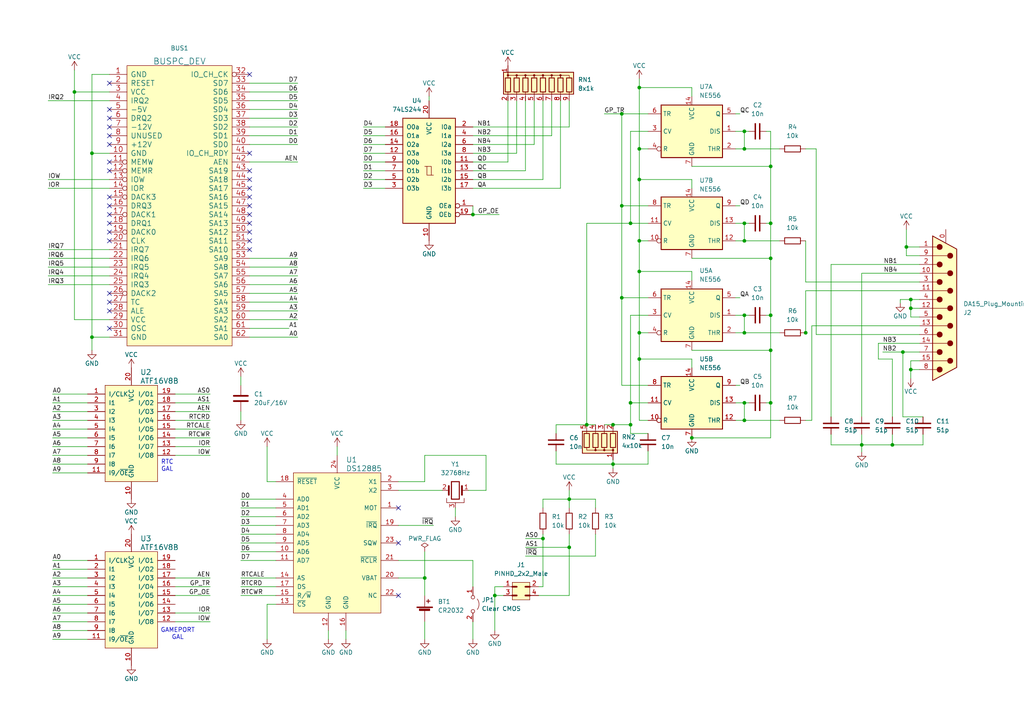
<source format=kicad_sch>
(kicad_sch (version 20231120) (generator "eeschema") (generator_version "8.0")
  (paper "A4")
  (title_block (title "RTC + Joystick ISA 8bit card") (date "2024-12-10") (rev "1.0.0") (company "Vladimir Loula"))
  (lib_symbols
    (symbol "74xx:74LS244" (pin_names (offset 1.016))
      (property "Reference" "U" (at -7.62 16.51 0))
      (property "Value" "74LS244" (at -7.62 -16.51 0))
      (symbol "74LS244_1_0"
        (pin input inverted (at -12.7 -10.16 0) (length 5.08) (name "OEa") (number "1"))
        (pin power_in line (at 0 -20.32 90) (length 5.08) (name "GND") (number "10"))
        (pin input line (at -12.7 2.54 0) (length 5.08) (name "I0b") (number "11"))
        (pin tri_state line (at 12.7 5.08 180) (length 5.08) (name "O3a") (number "12"))
        (pin input line (at -12.7 0 0) (length 5.08) (name "I1b") (number "13"))
        (pin tri_state line (at 12.7 7.62 180) (length 5.08) (name "O2a") (number "14"))
        (pin input line (at -12.7 -2.54 0) (length 5.08) (name "I2b") (number "15"))
        (pin tri_state line (at 12.7 10.16 180) (length 5.08) (name "O1a") (number "16"))
        (pin input line (at -12.7 -5.08 0) (length 5.08) (name "I3b") (number "17"))
        (pin tri_state line (at 12.7 12.7 180) (length 5.08) (name "O0a") (number "18"))
        (pin input inverted (at -12.7 -12.7 0) (length 5.08) (name "OEb") (number "19"))
        (pin input line (at -12.7 12.7 0) (length 5.08) (name "I0a") (number "2"))
        (pin power_in line (at 0 20.32 270) (length 5.08) (name "VCC") (number "20"))
        (pin tri_state line (at 12.7 -5.08 180) (length 5.08) (name "O3b") (number "3"))
        (pin input line (at -12.7 10.16 0) (length 5.08) (name "I1a") (number "4"))
        (pin tri_state line (at 12.7 -2.54 180) (length 5.08) (name "O2b") (number "5"))
        (pin input line (at -12.7 7.62 0) (length 5.08) (name "I2a") (number "6"))
        (pin tri_state line (at 12.7 0 180) (length 5.08) (name "O1b") (number "7"))
        (pin input line (at -12.7 5.08 0) (length 5.08) (name "I3a") (number "8"))
        (pin tri_state line (at 12.7 2.54 180) (length 5.08) (name "O0b") (number "9"))
      )
    )
    (symbol "Connector:DA15_Plug_MountingHoles" (pin_names (offset 1.016) hide)
      (property "Reference" "J" (at 0 24.13 0))
      (property "Value" "DA15_Plug_MountingHoles" (at 0 22.225 0))
      (symbol "DA15_Plug_MountingHoles_1_1"
        (pin passive line (at 0 -22.86 90) (length 3.81) (name "PAD") (number "0"))
        (pin passive line (at -7.62 -17.78 0) (length 3.81) (name "1") (number "1"))
        (pin passive line (at -7.62 -10.16 0) (length 3.81) (name "P10") (number "10"))
        (pin passive line (at -7.62 -5.08 0) (length 3.81) (name "P111") (number "11"))
        (pin passive line (at -7.62 0 0) (length 3.81) (name "P12") (number "12"))
        (pin passive line (at -7.62 5.08 0) (length 3.81) (name "P13") (number "13"))
        (pin passive line (at -7.62 10.16 0) (length 3.81) (name "P14") (number "14"))
        (pin passive line (at -7.62 15.24 0) (length 3.81) (name "P15") (number "15"))
        (pin passive line (at -7.62 -12.7 0) (length 3.81) (name "2") (number "2"))
        (pin passive line (at -7.62 -7.62 0) (length 3.81) (name "3") (number "3"))
        (pin passive line (at -7.62 -2.54 0) (length 3.81) (name "4") (number "4"))
        (pin passive line (at -7.62 2.54 0) (length 3.81) (name "5") (number "5"))
        (pin passive line (at -7.62 7.62 0) (length 3.81) (name "6") (number "6"))
        (pin passive line (at -7.62 12.7 0) (length 3.81) (name "7") (number "7"))
        (pin passive line (at -7.62 17.78 0) (length 3.81) (name "8") (number "8"))
        (pin passive line (at -7.62 -15.24 0) (length 3.81) (name "P9") (number "9"))
      )
    )
    (symbol "Device:Battery_Cell" (pin_numbers hide) (pin_names (offset 0) hide)
      (property "Reference" "BT" (at 2.54 2.54 0))
      (property "Value" "Battery_Cell" (at 2.54 0 0))
      (symbol "Battery_Cell_1_1"
        (pin passive line (at 0 5.08 270) (length 2.54) (name "+") (number "1"))
        (pin passive line (at 0 -2.54 90) (length 2.54) (name "-") (number "2"))
      )
    )
    (symbol "Device:C" (pin_numbers hide) (pin_names (offset 0.254))
      (property "Reference" "C" (at 0.635 2.54 0))
      (property "Value" "C" (at 0.635 -2.54 0))
      (symbol "C_1_1"
        (pin passive line (at 0 3.81 270) (length 2.794) (name "~") (number "1"))
        (pin passive line (at 0 -3.81 90) (length 2.794) (name "~") (number "2"))
      )
    )
    (symbol "Device:Crystal_GND3" (pin_names (offset 1.016) hide)
      (property "Reference" "Y" (at 0 5.715 0))
      (property "Value" "Crystal_GND3" (at 0 3.81 0))
      (symbol "Crystal_GND3_1_1"
        (pin passive line (at -3.81 0 0) (length 1.27) (name "1") (number "1"))
        (pin passive line (at 3.81 0 180) (length 1.27) (name "2") (number "2"))
        (pin passive line (at 0 -5.08 90) (length 1.27) (name "3") (number "3"))
      )
    )
    (symbol "Device:R_Network04" (pin_names (offset 0) hide)
      (property "Reference" "RN" (at -7.62 0 90))
      (property "Value" "R_Network04" (at 5.08 0 90))
      (symbol "R_Network04_1_1"
        (pin passive line (at -5.08 5.08 270) (length 2.54) (name "common") (number "1"))
        (pin passive line (at -5.08 -5.08 90) (length 1.27) (name "R1") (number "2"))
        (pin passive line (at -2.54 -5.08 90) (length 1.27) (name "R2") (number "3"))
        (pin passive line (at 0 -5.08 90) (length 1.27) (name "R3") (number "4"))
        (pin passive line (at 2.54 -5.08 90) (length 1.27) (name "R4") (number "5"))
      )
    )
    (symbol "Device:R_Network08" (pin_names (offset 0) hide)
      (property "Reference" "RN" (at -12.7 0 90))
      (property "Value" "R_Network08" (at 10.16 0 90))
      (symbol "R_Network08_1_1"
        (pin passive line (at -10.16 5.08 270) (length 2.54) (name "common") (number "1"))
        (pin passive line (at -10.16 -5.08 90) (length 1.27) (name "R1") (number "2"))
        (pin passive line (at -7.62 -5.08 90) (length 1.27) (name "R2") (number "3"))
        (pin passive line (at -5.08 -5.08 90) (length 1.27) (name "R3") (number "4"))
        (pin passive line (at -2.54 -5.08 90) (length 1.27) (name "R4") (number "5"))
        (pin passive line (at 0 -5.08 90) (length 1.27) (name "R5") (number "6"))
        (pin passive line (at 2.54 -5.08 90) (length 1.27) (name "R6") (number "7"))
        (pin passive line (at 5.08 -5.08 90) (length 1.27) (name "R7") (number "8"))
        (pin passive line (at 7.62 -5.08 90) (length 1.27) (name "R8") (number "9"))
      )
    )
    (symbol "Jumper:Jumper_2_Open" (pin_names (offset 0) hide)
      (property "Reference" "JP" (at 0 2.794 0))
      (property "Value" "Jumper_2_Open" (at 0 -2.286 0))
      (symbol "Jumper_2_Open_1_1"
        (pin passive line (at -5.08 0 0) (length 2.54) (name "A") (number "1"))
        (pin passive line (at 5.08 0 180) (length 2.54) (name "B") (number "2"))
      )
    )
    (symbol "PCM_SL_Devices:Capacitor_NP"
      (property "Reference" "C" (at 0 6.35 0))
      (property "Value" "Capacitor_NP" (at 0 3.81 0))
      (symbol "Capacitor_NP_1_1"
        (pin passive line (at -2.54 0 0) (length 2) (name "~") (number "1"))
        (pin input line (at 2.54 0 180) (length 2) (name "~") (number "2"))
      )
    )
    (symbol "PCM_SL_Pin_Headers:PINHD_2x2_Male"
      (property "Reference" "J" (at -1.27 6.35 0))
      (property "Value" "PINHD_2x2_Male" (at -1.27 3.81 0))
      (symbol "PINHD_2x2_Male_1_1"
        (pin passive line (at -5.08 1.27 0) (length 2.54) (name "") (number "1"))
        (pin passive line (at 5.08 1.27 180) (length 2.54) (name "") (number "2"))
        (pin passive line (at -5.08 -1.27 0) (length 2.54) (name "") (number "3"))
        (pin passive line (at 5.08 -1.27 180) (length 2.54) (name "") (number "4"))
      )
    )
    (symbol "PCM_SL_Resistors:10k"
      (property "Reference" "R" (at 0 5.08 0))
      (property "Value" "10k" (at 0 2.54 0))
      (symbol "10k_1_1"
        (pin passive line (at -3.81 0 0) (length 1.5) (name "") (number "1"))
        (pin passive line (at 3.81 0 180) (length 1.5) (name "~") (number "2"))
      )
    )
    (symbol "Timer:NE556"
      (property "Reference" "U" (at -10.16 8.89 0))
      (property "Value" "NE556" (at -10.16 -8.89 0))
      (symbol "NE556_0_0"
        (pin power_in line (at 0 10.16 270) (length 2.54) (name "VCC") (number "14"))
        (pin power_in line (at 0 -10.16 90) (length 2.54) (name "GND") (number "7"))
      )
      (symbol "NE556_1_1"
        (pin input line (at 12.7 0 180) (length 3.81) (name "DIS") (number "1"))
        (pin input line (at 12.7 -5.08 180) (length 3.81) (name "THR") (number "2"))
        (pin input line (at -12.7 0 0) (length 3.81) (name "CV") (number "3"))
        (pin input inverted (at -12.7 -5.08 0) (length 3.81) (name "R") (number "4"))
        (pin output line (at 12.7 5.08 180) (length 3.81) (name "Q") (number "5"))
        (pin input line (at -12.7 5.08 0) (length 3.81) (name "TR") (number "6"))
      )
      (symbol "NE556_2_1"
        (pin input inverted (at -12.7 -5.08 0) (length 3.81) (name "R") (number "10"))
        (pin input line (at -12.7 0 0) (length 3.81) (name "CV") (number "11"))
        (pin input line (at 12.7 -5.08 180) (length 3.81) (name "THR") (number "12"))
        (pin input line (at 12.7 0 180) (length 3.81) (name "DIS") (number "13"))
        (pin input line (at -12.7 5.08 0) (length 3.81) (name "TR") (number "8"))
        (pin output line (at 12.7 5.08 180) (length 3.81) (name "Q") (number "9"))
      )
    )
    (symbol "my_components:ATF16V8B" (pin_names (offset 1.016))
      (property "Reference" "U" (at -7.62 17.78 0))
      (property "Value" "ATF16V8B" (at -7.62 15.24 0))
      (symbol "ATF16V8B_1_1"
        (pin input line (at -12.7 11.43 0) (length 5.08) (name "I/CLK") (number "1"))
        (pin power_in line (at 0 -19.05 90) (length 5.08) (name "GND") (number "10"))
        (pin input line (at -12.7 -11.43 0) (length 5.08) (name "I9/~{OE}") (number "11"))
        (pin bidirectional line (at 12.7 -6.35 180) (length 5.08) (name "I/O8") (number "12"))
        (pin bidirectional line (at 12.7 -3.81 180) (length 5.08) (name "I/O7") (number "13"))
        (pin bidirectional line (at 12.7 -1.27 180) (length 5.08) (name "I/O6") (number "14"))
        (pin bidirectional line (at 12.7 1.27 180) (length 5.08) (name "I/O5") (number "15"))
        (pin bidirectional line (at 12.7 3.81 180) (length 5.08) (name "I/O4") (number "16"))
        (pin bidirectional line (at 12.7 6.35 180) (length 5.08) (name "I/O3") (number "17"))
        (pin bidirectional line (at 12.7 8.89 180) (length 5.08) (name "I/O2") (number "18"))
        (pin bidirectional line (at 12.7 11.43 180) (length 5.08) (name "I/O1") (number "19"))
        (pin input line (at -12.7 8.89 0) (length 5.08) (name "I1") (number "2"))
        (pin power_in line (at 0 19.05 270) (length 5.08) (name "VCC") (number "20"))
        (pin input line (at -12.7 6.35 0) (length 5.08) (name "I2") (number "3"))
        (pin input line (at -12.7 3.81 0) (length 5.08) (name "I3") (number "4"))
        (pin input line (at -12.7 1.27 0) (length 5.08) (name "I4") (number "5"))
        (pin input line (at -12.7 -1.27 0) (length 5.08) (name "I5") (number "6"))
        (pin input line (at -12.7 -3.81 0) (length 5.08) (name "I6") (number "7"))
        (pin input line (at -12.7 -6.35 0) (length 5.08) (name "I7") (number "8"))
        (pin input line (at -12.7 -8.89 0) (length 5.08) (name "I8") (number "9"))
      )
    )
    (symbol "my_components:BUSPC_DEV" (pin_names (offset 1.016))
      (property "Reference" "BUS" (at -15.24 41.91 0))
      (property "Value" "BUSPC_DEV" (at -15.24 -41.91 0))
      (symbol "BUSPC_DEV_1_1"
        (pin power_out line (at -20.32 38.1 0) (length 5.08) (name "GND") (number "1"))
        (pin power_in line (at -20.32 15.24 0) (length 5.08) (name "GND") (number "10"))
        (pin output inverted (at -20.32 12.7 0) (length 5.08) (name "MEMW") (number "11"))
        (pin output inverted (at -20.32 10.16 0) (length 5.08) (name "MEMR") (number "12"))
        (pin output inverted (at -20.32 7.62 0) (length 5.08) (name "IOW") (number "13"))
        (pin output inverted (at -20.32 5.08 0) (length 5.08) (name "IOR") (number "14"))
        (pin output inverted (at -20.32 2.54 0) (length 5.08) (name "DACK3") (number "15"))
        (pin input line (at -20.32 0 0) (length 5.08) (name "DRQ3") (number "16"))
        (pin output inverted (at -20.32 -2.54 0) (length 5.08) (name "DACK1") (number "17"))
        (pin input line (at -20.32 -5.08 0) (length 5.08) (name "DRQ1") (number "18"))
        (pin output inverted (at -20.32 -7.62 0) (length 5.08) (name "DACK0") (number "19"))
        (pin output line (at -20.32 35.56 0) (length 5.08) (name "RESET") (number "2"))
        (pin output line (at -20.32 -10.16 0) (length 5.08) (name "CLK") (number "20"))
        (pin input line (at -20.32 -12.7 0) (length 5.08) (name "IRQ7") (number "21"))
        (pin input line (at -20.32 -15.24 0) (length 5.08) (name "IRQ6") (number "22"))
        (pin input line (at -20.32 -17.78 0) (length 5.08) (name "IRQ5") (number "23"))
        (pin input line (at -20.32 -20.32 0) (length 5.08) (name "IRQ4") (number "24"))
        (pin input line (at -20.32 -22.86 0) (length 5.08) (name "IRQ3") (number "25"))
        (pin output inverted (at -20.32 -25.4 0) (length 5.08) (name "DACK2") (number "26"))
        (pin output line (at -20.32 -27.94 0) (length 5.08) (name "TC") (number "27"))
        (pin output line (at -20.32 -30.48 0) (length 5.08) (name "ALE") (number "28"))
        (pin power_in line (at -20.32 -33.02 0) (length 5.08) (name "VCC") (number "29"))
        (pin power_out line (at -20.32 33.02 0) (length 5.08) (name "VCC") (number "3"))
        (pin output line (at -20.32 -35.56 0) (length 5.08) (name "OSC") (number "30"))
        (pin power_in line (at -20.32 -38.1 0) (length 5.08) (name "GND") (number "31"))
        (pin input inverted (at 20.32 38.1 180) (length 5.08) (name "IO_CH_CK") (number "32"))
        (pin bidirectional line (at 20.32 35.56 180) (length 5.08) (name "SD7") (number "33"))
        (pin bidirectional line (at 20.32 33.02 180) (length 5.08) (name "SD6") (number "34"))
        (pin bidirectional line (at 20.32 30.48 180) (length 5.08) (name "SD5") (number "35"))
        (pin bidirectional line (at 20.32 27.94 180) (length 5.08) (name "SD4") (number "36"))
        (pin bidirectional line (at 20.32 25.4 180) (length 5.08) (name "SD3") (number "37"))
        (pin bidirectional line (at 20.32 22.86 180) (length 5.08) (name "SD2") (number "38"))
        (pin bidirectional line (at 20.32 20.32 180) (length 5.08) (name "SD1") (number "39"))
        (pin input line (at -20.32 30.48 0) (length 5.08) (name "IRQ2") (number "4"))
        (pin bidirectional line (at 20.32 17.78 180) (length 5.08) (name "SD0") (number "40"))
        (pin input line (at 20.32 15.24 180) (length 5.08) (name "IO_CH_RDY") (number "41"))
        (pin output line (at 20.32 12.7 180) (length 5.08) (name "AEN") (number "42"))
        (pin output line (at 20.32 10.16 180) (length 5.08) (name "SA19") (number "43"))
        (pin output line (at 20.32 7.62 180) (length 5.08) (name "SA18") (number "44"))
        (pin output line (at 20.32 5.08 180) (length 5.08) (name "SA17") (number "45"))
        (pin output line (at 20.32 2.54 180) (length 5.08) (name "SA16") (number "46"))
        (pin output line (at 20.32 0 180) (length 5.08) (name "SA15") (number "47"))
        (pin output line (at 20.32 -2.54 180) (length 5.08) (name "SA14") (number "48"))
        (pin output line (at 20.32 -5.08 180) (length 5.08) (name "SA13") (number "49"))
        (pin power_out line (at -20.32 27.94 0) (length 5.08) (name "-5V") (number "5"))
        (pin output line (at 20.32 -7.62 180) (length 5.08) (name "SA12") (number "50"))
        (pin output line (at 20.32 -10.16 180) (length 5.08) (name "SA11") (number "51"))
        (pin output line (at 20.32 -12.7 180) (length 5.08) (name "SA10") (number "52"))
        (pin output line (at 20.32 -15.24 180) (length 5.08) (name "SA9") (number "53"))
        (pin output line (at 20.32 -17.78 180) (length 5.08) (name "SA8") (number "54"))
        (pin output line (at 20.32 -20.32 180) (length 5.08) (name "SA7") (number "55"))
        (pin output line (at 20.32 -22.86 180) (length 5.08) (name "SA6") (number "56"))
        (pin output line (at 20.32 -25.4 180) (length 5.08) (name "SA5") (number "57"))
        (pin output line (at 20.32 -27.94 180) (length 5.08) (name "SA4") (number "58"))
        (pin output line (at 20.32 -30.48 180) (length 5.08) (name "SA3") (number "59"))
        (pin input line (at -20.32 25.4 0) (length 5.08) (name "DRQ2") (number "6"))
        (pin output line (at 20.32 -33.02 180) (length 5.08) (name "SA2") (number "60"))
        (pin output line (at 20.32 -35.56 180) (length 5.08) (name "SA1") (number "61"))
        (pin output line (at 20.32 -38.1 180) (length 5.08) (name "SA0") (number "62"))
        (pin power_out line (at -20.32 22.86 0) (length 5.08) (name "-12V") (number "7"))
        (pin passive line (at -20.32 20.32 0) (length 5.08) (name "UNUSED") (number "8"))
        (pin power_out line (at -20.32 17.78 0) (length 5.08) (name "+12V") (number "9"))
      )
    )
    (symbol "my_components:DS12885" (pin_names (offset 1.016))
      (property "Reference" "U" (at -12.7 22.86 0))
      (property "Value" "DS12885" (at -12.7 20.32 0))
      (symbol "DS12885_1_1"
        (pin input line (at 17.78 8.89 180) (length 5.08) (name "MOT") (number "1"))
        (pin bidirectional line (at -17.78 -3.81 0) (length 5.08) (name "AD6") (number "10"))
        (pin bidirectional line (at -17.78 -6.35 0) (length 5.08) (name "AD7") (number "11"))
        (pin power_in line (at -2.54 -26.67 90) (length 5.08) (name "GND") (number "12"))
        (pin input line (at -17.78 -19.05 0) (length 5.08) (name "~{CS}") (number "13"))
        (pin input line (at -17.78 -11.43 0) (length 5.08) (name "AS") (number "14"))
        (pin input line (at -17.78 -16.51 0) (length 5.08) (name "R/~{W}") (number "15"))
        (pin power_in line (at 2.54 -26.67 90) (length 5.08) (name "GND") (number "16"))
        (pin input line (at -17.78 -13.97 0) (length 5.08) (name "DS") (number "17"))
        (pin input line (at -17.78 16.51 0) (length 5.08) (name "~{RESET}") (number "18"))
        (pin output line (at 17.78 3.81 180) (length 5.08) (name "~{IRQ}") (number "19"))
        (pin input line (at 17.78 16.51 180) (length 5.08) (name "X1") (number "2"))
        (pin power_in line (at 17.78 -11.43 180) (length 5.08) (name "VBAT") (number "20"))
        (pin input line (at 17.78 -6.35 180) (length 5.08) (name "~{RCLR}") (number "21"))
        (pin input line (at 17.78 -16.51 180) (length 5.08) (name "NC") (number "22"))
        (pin input line (at 17.78 -1.27 180) (length 5.08) (name "SQW") (number "23"))
        (pin power_in line (at 0 24.13 270) (length 5.08) (name "VCC") (number "24"))
        (pin input line (at 17.78 13.97 180) (length 5.08) (name "X2") (number "3"))
        (pin bidirectional line (at -17.78 11.43 0) (length 5.08) (name "AD0") (number "4"))
        (pin bidirectional line (at -17.78 8.89 0) (length 5.08) (name "AD1") (number "5"))
        (pin bidirectional line (at -17.78 6.35 0) (length 5.08) (name "AD2") (number "6"))
        (pin bidirectional line (at -17.78 3.81 0) (length 5.08) (name "AD3") (number "7"))
        (pin bidirectional line (at -17.78 1.27 0) (length 5.08) (name "AD4") (number "8"))
        (pin bidirectional line (at -17.78 -1.27 0) (length 5.08) (name "AD5") (number "9"))
      )
    )
    (symbol "power:GND" (power) (pin_names (offset 0))
      (property "Value" "GND" (at 0 -3.81 0))
      (symbol "GND_1_1"
        (pin power_in line (at 0 0 270) (length 0) hide (name "GND") (number "1"))
      )
    )
    (symbol "power:PWR_FLAG" (power) (pin_numbers hide) (pin_names (offset 0) hide)
      (property "Value" "PWR_FLAG" (at 0 3.81 0))
      (symbol "PWR_FLAG_0_0"
        (pin power_out line (at 0 0 90) (length 0) (name "pwr") (number "1"))
      )
    )
    (symbol "power:VCC" (power) (pin_names (offset 0))
      (property "Value" "VCC" (at 0 3.81 0))
      (symbol "VCC_1_1"
        (pin power_in line (at 0 0 90) (length 0) hide (name "VCC") (number "1"))
      )
    )
  )
  (junction (at 26.67 44.45))
  (junction (at 223.52 48.26))
  (junction (at 185.42 78.74))
  (junction (at 177.8 123.19))
  (junction (at 215.9 64.77))
  (junction (at 215.9 96.52))
  (junction (at 264.16 107.188))
  (junction (at 264.16 89.408))
  (junction (at 215.9 116.84))
  (junction (at 215.9 121.92))
  (junction (at 21.59 26.67))
  (junction (at 215.9 69.85))
  (junction (at 249.936 129.032))
  (junction (at 185.42 104.14))
  (junction (at 264.16 86.868))
  (junction (at 200.66 127))
  (junction (at 223.52 74.93))
  (junction (at 223.52 116.84))
  (junction (at 185.42 52.07))
  (junction (at 215.9 43.18))
  (junction (at 182.88 123.19))
  (junction (at 177.8 134.62))
  (junction (at 185.42 69.85))
  (junction (at 258.826 129.032))
  (junction (at 170.18 123.19))
  (junction (at 143.51 172.72))
  (junction (at 182.88 64.77))
  (junction (at 180.34 86.36))
  (junction (at 223.52 91.44))
  (junction (at 182.88 116.84))
  (junction (at 261.874 102.108))
  (junction (at 223.52 101.6))
  (junction (at 185.42 96.52))
  (junction (at 26.67 97.79))
  (junction (at 180.34 59.69))
  (junction (at 185.42 43.18))
  (junction (at 137.16 62.23))
  (junction (at 233.68 96.52))
  (junction (at 165.1 144.78))
  (junction (at 215.9 91.44))
  (junction (at 165.1 158.75))
  (junction (at 180.34 33.02))
  (junction (at 185.42 25.4))
  (junction (at 157.48 156.21))
  (junction (at 223.52 64.77))
  (junction (at 215.9 38.1))
  (junction (at 262.89 71.628))
  (junction (at 123.19 167.64))
  (no_connect (at 31.75 95.25))
  (no_connect (at 31.75 59.69))
  (no_connect (at 72.39 59.69))
  (no_connect (at 31.75 39.37))
  (no_connect (at 31.75 62.23))
  (no_connect (at 72.39 44.45))
  (no_connect (at 72.39 21.59))
  (no_connect (at 31.75 36.83))
  (no_connect (at 72.39 69.85))
  (no_connect (at 115.57 172.72))
  (no_connect (at 72.39 49.53))
  (no_connect (at 31.75 64.77))
  (no_connect (at 72.39 64.77))
  (no_connect (at 31.75 34.29))
  (no_connect (at 72.39 62.23))
  (no_connect (at 72.39 72.39))
  (no_connect (at 115.57 147.32))
  (no_connect (at 31.75 85.09))
  (no_connect (at 31.75 49.53))
  (no_connect (at 72.39 52.07))
  (no_connect (at 115.57 157.48))
  (no_connect (at 31.75 31.75))
  (no_connect (at 31.75 67.31))
  (no_connect (at 31.75 69.85))
  (no_connect (at 31.75 87.63))
  (no_connect (at 31.75 24.13))
  (no_connect (at 31.75 41.91))
  (no_connect (at 31.75 57.15))
  (no_connect (at 72.39 67.31))
  (no_connect (at 31.75 46.99))
  (no_connect (at 72.39 54.61))
  (no_connect (at 72.39 57.15))
  (no_connect (at 31.75 90.17))
  (wire (pts (xy 187.96 134.62) (xy 187.96 130.81)))
  (wire (pts (xy 161.29 123.19) (xy 170.18 123.19)))
  (wire (pts (xy 200.66 48.26) (xy 223.52 48.26)))
  (wire (pts (xy 25.4 121.92) (xy 15.24 121.92)))
  (wire (pts (xy 264.16 89.408) (xy 264.16 86.868)))
  (wire (pts (xy 135.89 142.24) (xy 140.97 142.24)))
  (wire (pts (xy 149.86 29.21) (xy 149.86 44.45)))
  (wire (pts (xy 111.76 36.83) (xy 105.41 36.83)))
  (wire (pts (xy 170.18 123.19) (xy 172.72 123.19)))
  (wire (pts (xy 50.8 127) (xy 60.96 127)))
  (wire (pts (xy 72.39 34.29) (xy 86.36 34.29)))
  (wire (pts (xy 200.66 104.14) (xy 200.66 106.68)))
  (wire (pts (xy 185.42 121.92) (xy 185.42 104.14)))
  (wire (pts (xy 215.9 64.77) (xy 215.9 69.85)))
  (wire (pts (xy 264.16 86.868) (xy 266.7 86.868)))
  (wire (pts (xy 157.48 156.21) (xy 157.48 170.18)))
  (wire (pts (xy 213.36 69.85) (xy 215.9 69.85)))
  (wire (pts (xy 25.4 132.08) (xy 15.24 132.08)))
  (wire (pts (xy 50.8 121.92) (xy 60.96 121.92)))
  (wire (pts (xy 80.01 175.26) (xy 77.47 175.26)))
  (wire (pts (xy 187.96 86.36) (xy 180.34 86.36)))
  (wire (pts (xy 111.76 49.53) (xy 105.41 49.53)))
  (wire (pts (xy 137.16 62.23) (xy 144.78 62.23)))
  (wire (pts (xy 72.39 92.71) (xy 86.36 92.71)))
  (wire (pts (xy 25.4 162.56) (xy 15.24 162.56)))
  (wire (pts (xy 185.42 52.07) (xy 200.66 52.07)))
  (wire (pts (xy 137.16 44.45) (xy 149.86 44.45)))
  (wire (pts (xy 25.4 134.62) (xy 15.24 134.62)))
  (wire (pts (xy 115.57 142.24) (xy 128.27 142.24)))
  (wire (pts (xy 165.1 154.94) (xy 165.1 158.75)))
  (wire (pts (xy 241.046 129.032) (xy 249.936 129.032)))
  (wire (pts (xy 177.8 134.62) (xy 161.29 134.62)))
  (wire (pts (xy 182.88 91.44) (xy 187.96 91.44)))
  (wire (pts (xy 50.8 124.46) (xy 60.96 124.46)))
  (wire (pts (xy 175.26 123.19) (xy 177.8 123.19)))
  (wire (pts (xy 80.01 144.78) (xy 69.85 144.78)))
  (wire (pts (xy 267.716 120.904) (xy 261.874 120.904)))
  (wire (pts (xy 123.19 185.42) (xy 123.19 180.34)))
  (wire (pts (xy 264.16 107.188) (xy 264.16 104.648)))
  (wire (pts (xy 25.4 124.46) (xy 15.24 124.46)))
  (wire (pts (xy 147.32 46.99) (xy 147.32 29.21)))
  (wire (pts (xy 175.26 33.02) (xy 180.34 33.02)))
  (wire (pts (xy 187.96 59.69) (xy 180.34 59.69)))
  (wire (pts (xy 72.39 87.63) (xy 86.36 87.63)))
  (wire (pts (xy 185.42 96.52) (xy 185.42 104.14)))
  (wire (pts (xy 137.16 185.42) (xy 137.16 180.34)))
  (wire (pts (xy 223.52 64.77) (xy 223.52 74.93)))
  (wire (pts (xy 25.4 137.16) (xy 15.24 137.16)))
  (wire (pts (xy 26.67 44.45) (xy 26.67 97.79)))
  (wire (pts (xy 254.762 99.568) (xy 266.7 99.568)))
  (wire (pts (xy 261.874 102.108) (xy 266.7 102.108)))
  (wire (pts (xy 258.826 129.032) (xy 267.716 129.032)))
  (wire (pts (xy 180.34 33.02) (xy 180.34 59.69)))
  (wire (pts (xy 72.39 29.21) (xy 86.36 29.21)))
  (wire (pts (xy 157.48 147.32) (xy 157.48 144.78)))
  (wire (pts (xy 152.4 49.53) (xy 152.4 29.21)))
  (wire (pts (xy 215.9 91.44) (xy 215.9 96.52)))
  (wire (pts (xy 25.4 180.34) (xy 15.24 180.34)))
  (wire (pts (xy 72.39 77.47) (xy 86.36 77.47)))
  (wire (pts (xy 236.728 43.18) (xy 233.68 43.18)))
  (wire (pts (xy 25.4 175.26) (xy 15.24 175.26)))
  (wire (pts (xy 50.8 170.18) (xy 60.96 170.18)))
  (wire (pts (xy 31.75 92.71) (xy 21.59 92.71)))
  (wire (pts (xy 80.01 152.4) (xy 69.85 152.4)))
  (wire (pts (xy 262.89 74.168) (xy 262.89 71.628)))
  (wire (pts (xy 21.59 26.67) (xy 31.75 26.67)))
  (wire (pts (xy 215.9 116.84) (xy 215.9 121.92)))
  (wire (pts (xy 124.46 27.94) (xy 124.46 29.21)))
  (wire (pts (xy 182.88 116.84) (xy 182.88 123.19)))
  (wire (pts (xy 95.25 182.88) (xy 95.25 185.42)))
  (wire (pts (xy 146.05 170.18) (xy 143.51 170.18)))
  (wire (pts (xy 187.96 125.73) (xy 182.88 125.73)))
  (wire (pts (xy 115.57 167.64) (xy 123.19 167.64)))
  (wire (pts (xy 266.7 104.648) (xy 264.16 104.648)))
  (wire (pts (xy 80.01 149.86) (xy 69.85 149.86)))
  (wire (pts (xy 165.1 144.78) (xy 165.1 147.32)))
  (wire (pts (xy 21.59 26.67) (xy 21.59 92.71)))
  (wire (pts (xy 256.032 102.108) (xy 261.874 102.108)))
  (wire (pts (xy 25.4 182.88) (xy 15.24 182.88)))
  (wire (pts (xy 132.08 147.32) (xy 132.08 149.86)))
  (wire (pts (xy 154.94 41.91) (xy 154.94 29.21)))
  (wire (pts (xy 222.25 38.1) (xy 223.52 38.1)))
  (wire (pts (xy 143.51 172.72) (xy 143.51 182.88)))
  (wire (pts (xy 143.51 172.72) (xy 146.05 172.72)))
  (wire (pts (xy 165.1 144.78) (xy 172.72 144.78)))
  (wire (pts (xy 223.52 74.93) (xy 223.52 91.44)))
  (wire (pts (xy 266.7 97.028) (xy 236.728 97.028)))
  (wire (pts (xy 187.96 43.18) (xy 185.42 43.18)))
  (wire (pts (xy 213.36 86.36) (xy 214.63 86.36)))
  (wire (pts (xy 222.25 64.77) (xy 223.52 64.77)))
  (wire (pts (xy 249.936 79.248) (xy 266.7 79.248)))
  (wire (pts (xy 31.75 29.21) (xy 13.97 29.21)))
  (wire (pts (xy 264.16 107.188) (xy 266.7 107.188)))
  (wire (pts (xy 185.42 78.74) (xy 200.66 78.74)))
  (wire (pts (xy 177.8 123.19) (xy 182.88 123.19)))
  (wire (pts (xy 137.16 54.61) (xy 162.56 54.61)))
  (wire (pts (xy 185.42 22.86) (xy 185.42 25.4)))
  (wire (pts (xy 31.75 77.47) (xy 13.97 77.47)))
  (wire (pts (xy 31.75 72.39) (xy 13.97 72.39)))
  (wire (pts (xy 215.9 64.77) (xy 217.17 64.77)))
  (wire (pts (xy 72.39 90.17) (xy 86.36 90.17)))
  (wire (pts (xy 140.97 142.24) (xy 140.97 132.08)))
  (wire (pts (xy 80.01 139.7) (xy 77.47 139.7)))
  (wire (pts (xy 177.8 133.35) (xy 177.8 134.62)))
  (wire (pts (xy 137.16 59.69) (xy 137.16 62.23)))
  (wire (pts (xy 200.66 127) (xy 223.52 127)))
  (wire (pts (xy 236.728 97.028) (xy 236.728 43.18)))
  (wire (pts (xy 72.39 41.91) (xy 86.36 41.91)))
  (wire (pts (xy 80.01 147.32) (xy 69.85 147.32)))
  (wire (pts (xy 80.01 162.56) (xy 69.85 162.56)))
  (wire (pts (xy 165.1 142.24) (xy 165.1 144.78)))
  (wire (pts (xy 50.8 172.72) (xy 60.96 172.72)))
  (wire (pts (xy 72.39 74.93) (xy 86.36 74.93)))
  (wire (pts (xy 115.57 152.4) (xy 125.73 152.4)))
  (wire (pts (xy 152.4 161.29) (xy 172.72 161.29)))
  (wire (pts (xy 156.21 172.72) (xy 165.1 172.72)))
  (wire (pts (xy 187.96 38.1) (xy 182.88 38.1)))
  (wire (pts (xy 72.39 85.09) (xy 86.36 85.09)))
  (wire (pts (xy 200.66 78.74) (xy 200.66 81.28)))
  (wire (pts (xy 180.34 111.76) (xy 180.34 86.36)))
  (wire (pts (xy 185.42 25.4) (xy 200.66 25.4)))
  (wire (pts (xy 100.33 182.88) (xy 100.33 185.42)))
  (wire (pts (xy 215.9 38.1) (xy 217.17 38.1)))
  (wire (pts (xy 215.9 69.85) (xy 226.06 69.85)))
  (wire (pts (xy 26.67 97.79) (xy 31.75 97.79)))
  (wire (pts (xy 233.68 96.774) (xy 233.68 96.52)))
  (wire (pts (xy 111.76 52.07) (xy 105.41 52.07)))
  (wire (pts (xy 213.36 96.52) (xy 215.9 96.52)))
  (wire (pts (xy 185.42 104.14) (xy 200.66 104.14)))
  (wire (pts (xy 249.936 125.984) (xy 249.936 129.032)))
  (wire (pts (xy 223.52 116.84) (xy 223.52 127)))
  (wire (pts (xy 50.8 114.3) (xy 60.96 114.3)))
  (wire (pts (xy 187.96 121.92) (xy 185.42 121.92)))
  (wire (pts (xy 160.02 39.37) (xy 160.02 29.21)))
  (wire (pts (xy 111.76 41.91) (xy 105.41 41.91)))
  (wire (pts (xy 213.36 38.1) (xy 215.9 38.1)))
  (wire (pts (xy 177.8 134.62) (xy 187.96 134.62)))
  (wire (pts (xy 21.59 20.32) (xy 21.59 26.67)))
  (wire (pts (xy 266.7 94.488) (xy 235.458 94.488)))
  (wire (pts (xy 77.47 175.26) (xy 77.47 185.42)))
  (wire (pts (xy 266.7 91.948) (xy 264.16 91.948)))
  (wire (pts (xy 31.75 52.07) (xy 13.97 52.07)))
  (wire (pts (xy 137.16 41.91) (xy 154.94 41.91)))
  (wire (pts (xy 15.24 165.1) (xy 25.4 165.1)))
  (wire (pts (xy 235.458 94.488) (xy 235.458 121.92)))
  (wire (pts (xy 213.36 91.44) (xy 215.9 91.44)))
  (wire (pts (xy 80.01 167.64) (xy 69.85 167.64)))
  (wire (pts (xy 80.01 172.72) (xy 69.85 172.72)))
  (wire (pts (xy 182.88 91.44) (xy 182.88 116.84)))
  (wire (pts (xy 223.52 101.6) (xy 223.52 116.84)))
  (wire (pts (xy 267.716 129.032) (xy 267.716 125.984)))
  (wire (pts (xy 80.01 157.48) (xy 69.85 157.48)))
  (wire (pts (xy 25.4 177.8) (xy 15.24 177.8)))
  (wire (pts (xy 222.25 91.44) (xy 223.52 91.44)))
  (wire (pts (xy 264.16 86.868) (xy 261.112 86.868)))
  (wire (pts (xy 213.36 33.02) (xy 214.63 33.02)))
  (wire (pts (xy 157.48 154.94) (xy 157.48 156.21)))
  (wire (pts (xy 50.8 116.84) (xy 60.96 116.84)))
  (wire (pts (xy 72.39 97.79) (xy 86.36 97.79)))
  (wire (pts (xy 215.9 121.92) (xy 226.06 121.92)))
  (wire (pts (xy 241.046 120.904) (xy 241.046 76.708)))
  (wire (pts (xy 261.874 120.904) (xy 261.874 102.108)))
  (wire (pts (xy 72.39 31.75) (xy 86.36 31.75)))
  (wire (pts (xy 200.66 101.6) (xy 223.52 101.6)))
  (wire (pts (xy 97.79 129.54) (xy 97.79 132.08)))
  (wire (pts (xy 177.8 134.62) (xy 177.8 135.89)))
  (wire (pts (xy 152.4 158.75) (xy 165.1 158.75)))
  (wire (pts (xy 25.4 114.3) (xy 15.24 114.3)))
  (wire (pts (xy 187.96 111.76) (xy 180.34 111.76)))
  (wire (pts (xy 31.75 74.93) (xy 13.97 74.93)))
  (wire (pts (xy 25.4 167.64) (xy 15.24 167.64)))
  (wire (pts (xy 80.01 160.02) (xy 69.85 160.02)))
  (wire (pts (xy 50.8 129.54) (xy 60.96 129.54)))
  (wire (pts (xy 50.8 119.38) (xy 60.96 119.38)))
  (wire (pts (xy 161.29 134.62) (xy 161.29 130.81)))
  (wire (pts (xy 249.936 129.032) (xy 258.826 129.032)))
  (wire (pts (xy 182.88 116.84) (xy 187.96 116.84)))
  (wire (pts (xy 123.19 139.7) (xy 123.19 132.08)))
  (wire (pts (xy 233.68 84.328) (xy 266.7 84.328)))
  (wire (pts (xy 111.76 54.61) (xy 105.41 54.61)))
  (wire (pts (xy 50.8 177.8) (xy 60.96 177.8)))
  (wire (pts (xy 185.42 96.52) (xy 185.42 78.74)))
  (wire (pts (xy 258.826 120.904) (xy 258.826 104.14)))
  (wire (pts (xy 72.39 36.83) (xy 86.36 36.83)))
  (wire (pts (xy 233.68 81.788) (xy 233.68 69.85)))
  (wire (pts (xy 26.67 21.59) (xy 31.75 21.59)))
  (wire (pts (xy 31.75 82.55) (xy 13.97 82.55)))
  (wire (pts (xy 26.67 44.45) (xy 26.67 21.59)))
  (wire (pts (xy 161.29 125.73) (xy 161.29 123.19)))
  (wire (pts (xy 215.9 116.84) (xy 217.17 116.84)))
  (wire (pts (xy 80.01 170.18) (xy 69.85 170.18)))
  (wire (pts (xy 25.4 127) (xy 15.24 127)))
  (wire (pts (xy 266.7 81.788) (xy 233.68 81.788)))
  (wire (pts (xy 170.18 64.77) (xy 170.18 123.19)))
  (wire (pts (xy 185.42 43.18) (xy 185.42 25.4)))
  (wire (pts (xy 266.7 71.628) (xy 262.89 71.628)))
  (wire (pts (xy 262.89 71.628) (xy 262.89 66.548)))
  (wire (pts (xy 111.76 44.45) (xy 105.41 44.45)))
  (wire (pts (xy 200.66 25.4) (xy 200.66 27.94)))
  (wire (pts (xy 187.96 96.52) (xy 185.42 96.52)))
  (wire (pts (xy 172.72 154.94) (xy 172.72 161.29)))
  (wire (pts (xy 111.76 46.99) (xy 105.41 46.99)))
  (wire (pts (xy 72.39 82.55) (xy 86.36 82.55)))
  (wire (pts (xy 165.1 158.75) (xy 165.1 172.72)))
  (wire (pts (xy 213.36 43.18) (xy 215.9 43.18)))
  (wire (pts (xy 137.16 46.99) (xy 147.32 46.99)))
  (wire (pts (xy 182.88 125.73) (xy 182.88 123.19)))
  (wire (pts (xy 111.76 39.37) (xy 105.41 39.37)))
  (wire (pts (xy 156.21 170.18) (xy 157.48 170.18)))
  (wire (pts (xy 187.96 69.85) (xy 185.42 69.85)))
  (wire (pts (xy 223.52 38.1) (xy 223.52 48.26)))
  (wire (pts (xy 157.48 52.07) (xy 157.48 29.21)))
  (wire (pts (xy 152.4 156.21) (xy 157.48 156.21)))
  (wire (pts (xy 115.57 139.7) (xy 123.19 139.7)))
  (wire (pts (xy 123.19 167.64) (xy 123.19 172.72)))
  (wire (pts (xy 162.56 54.61) (xy 162.56 29.21)))
  (wire (pts (xy 249.936 129.032) (xy 249.936 131.064)))
  (wire (pts (xy 115.57 162.56) (xy 137.16 162.56)))
  (wire (pts (xy 143.51 170.18) (xy 143.51 172.72)))
  (wire (pts (xy 25.4 170.18) (xy 15.24 170.18)))
  (wire (pts (xy 266.7 74.168) (xy 262.89 74.168)))
  (wire (pts (xy 180.34 33.02) (xy 187.96 33.02)))
  (wire (pts (xy 182.88 64.77) (xy 187.96 64.77)))
  (wire (pts (xy 261.112 86.868) (xy 261.112 87.884)))
  (wire (pts (xy 264.16 109.728) (xy 264.16 107.188)))
  (wire (pts (xy 15.24 116.84) (xy 25.4 116.84)))
  (wire (pts (xy 72.39 39.37) (xy 86.36 39.37)))
  (wire (pts (xy 123.19 160.02) (xy 123.19 167.64)))
  (wire (pts (xy 185.42 43.18) (xy 185.42 52.07)))
  (wire (pts (xy 25.4 185.42) (xy 15.24 185.42)))
  (wire (pts (xy 157.48 144.78) (xy 165.1 144.78)))
  (wire (pts (xy 72.39 80.01) (xy 86.36 80.01)))
  (wire (pts (xy 235.458 121.92) (xy 233.68 121.92)))
  (wire (pts (xy 72.39 26.67) (xy 86.36 26.67)))
  (wire (pts (xy 170.18 64.77) (xy 182.88 64.77)))
  (wire (pts (xy 137.16 170.18) (xy 137.16 162.56)))
  (wire (pts (xy 215.9 91.44) (xy 217.17 91.44)))
  (wire (pts (xy 258.826 125.984) (xy 258.826 129.032)))
  (wire (pts (xy 213.36 64.77) (xy 215.9 64.77)))
  (wire (pts (xy 72.39 95.25) (xy 83.82 95.25)))
  (wire (pts (xy 241.046 125.984) (xy 241.046 129.032)))
  (wire (pts (xy 233.68 96.52) (xy 233.68 84.328)))
  (wire (pts (xy 215.9 96.52) (xy 226.06 96.52)))
  (wire (pts (xy 241.046 76.708) (xy 266.7 76.708)))
  (wire (pts (xy 165.1 29.21) (xy 165.1 36.83)))
  (wire (pts (xy 172.72 144.78) (xy 172.72 147.32)))
  (wire (pts (xy 137.16 52.07) (xy 157.48 52.07)))
  (wire (pts (xy 254.762 104.14) (xy 254.762 99.568)))
  (wire (pts (xy 25.4 172.72) (xy 15.24 172.72)))
  (wire (pts (xy 200.66 52.07) (xy 200.66 54.61)))
  (wire (pts (xy 31.75 80.01) (xy 13.97 80.01)))
  (wire (pts (xy 123.19 132.08) (xy 140.97 132.08)))
  (wire (pts (xy 213.36 111.76) (xy 214.63 111.76)))
  (wire (pts (xy 25.4 119.38) (xy 15.24 119.38)))
  (wire (pts (xy 200.66 74.93) (xy 223.52 74.93)))
  (wire (pts (xy 72.39 46.99) (xy 86.36 46.99)))
  (wire (pts (xy 31.75 54.61) (xy 13.97 54.61)))
  (wire (pts (xy 137.16 36.83) (xy 165.1 36.83)))
  (wire (pts (xy 223.52 91.44) (xy 223.52 101.6)))
  (wire (pts (xy 50.8 132.08) (xy 60.96 132.08)))
  (wire (pts (xy 137.16 49.53) (xy 152.4 49.53)))
  (wire (pts (xy 50.8 167.64) (xy 60.96 167.64)))
  (wire (pts (xy 69.85 119.38) (xy 69.85 121.92)))
  (wire (pts (xy 26.67 101.6) (xy 26.67 97.79)))
  (wire (pts (xy 222.25 116.84) (xy 223.52 116.84)))
  (wire (pts (xy 77.47 139.7) (xy 77.47 129.54)))
  (wire (pts (xy 249.936 79.248) (xy 249.936 120.904)))
  (wire (pts (xy 213.36 121.92) (xy 215.9 121.92)))
  (wire (pts (xy 72.39 24.13) (xy 86.36 24.13)))
  (wire (pts (xy 182.88 38.1) (xy 182.88 64.77)))
  (wire (pts (xy 137.16 39.37) (xy 160.02 39.37)))
  (wire (pts (xy 25.4 129.54) (xy 15.24 129.54)))
  (wire (pts (xy 213.36 59.69) (xy 214.63 59.69)))
  (wire (pts (xy 80.01 154.94) (xy 69.85 154.94)))
  (wire (pts (xy 264.16 89.408) (xy 266.7 89.408)))
  (wire (pts (xy 180.34 59.69) (xy 180.34 86.36)))
  (wire (pts (xy 69.85 111.76) (xy 69.85 109.22)))
  (wire (pts (xy 50.8 180.34) (xy 60.96 180.34)))
  (wire (pts (xy 185.42 69.85) (xy 185.42 78.74)))
  (wire (pts (xy 31.75 44.45) (xy 26.67 44.45)))
  (wire (pts (xy 215.9 43.18) (xy 226.06 43.18)))
  (wire (pts (xy 215.9 38.1) (xy 215.9 43.18)))
  (wire (pts (xy 223.52 48.26) (xy 223.52 64.77)))
  (wire (pts (xy 264.16 91.948) (xy 264.16 89.408)))
  (wire (pts (xy 213.36 116.84) (xy 215.9 116.84)))
  (wire (pts (xy 185.42 69.85) (xy 185.42 52.07)))
  (wire (pts (xy 258.826 104.14) (xy 254.762 104.14)))
  (text "GAMEPORT\nGAL\n" (at 51.562 183.896 0) (effects (font (size 1.27 1.27))))
  (text "RTC\nGAL\n" (at 48.514 135.128 0) (effects (font (size 1.27 1.27))))
  (label "RTCRD" (at 69.85 170.18 0))
  (label "NB2" (at 138.43 39.37 0))
  (label "IOR" (at 60.96 177.8 180))
  (label "D3" (at 105.41 54.61 0))
  (label "A5" (at 86.36 85.09 180))
  (label "A2" (at 15.24 167.64 0))
  (label "A2" (at 15.24 119.38 0))
  (label "D0" (at 105.41 46.99 0))
  (label "D2" (at 86.36 36.83 180))
  (label "A6" (at 86.36 82.55 180))
  (label "A1" (at 15.24 116.84 0))
  (label "RTCALE" (at 60.96 124.46 180))
  (label "D6" (at 69.85 160.02 0))
  (label "D7" (at 105.41 44.45 0))
  (label "D5" (at 69.85 157.48 0))
  (label "IOW" (at 60.96 180.34 180))
  (label "D6" (at 86.36 26.67 180))
  (label "AEN" (at 60.96 119.38 180))
  (label "D6" (at 105.41 41.91 0))
  (label "NB4" (at 256.286 79.248 0))
  (label "A3" (at 86.36 90.17 180))
  (label "IRQ4" (at 13.97 80.01 0))
  (label "A9" (at 86.36 74.93 180))
  (label "A0" (at 15.24 114.3 0))
  (label "A1" (at 83.82 95.25 0))
  (label "AS1" (at 60.96 116.84 180))
  (label "D7" (at 69.85 162.56 0))
  (label "D4" (at 69.85 154.94 0))
  (label "QA" (at 214.63 86.36 0))
  (label "QC" (at 214.63 33.02 0))
  (label "NB2" (at 256.032 102.108 0))
  (label "GP_OE" (at 144.78 62.23 180))
  (label "A4" (at 15.24 124.46 0))
  (label "NB4" (at 138.43 41.91 0))
  (label "QA" (at 138.43 54.61 0))
  (label "A6" (at 15.24 129.54 0))
  (label "~{IRQ}" (at 125.73 152.4 180))
  (label "A3" (at 15.24 170.18 0))
  (label "D0" (at 69.85 144.78 0))
  (label "D4" (at 86.36 31.75 180))
  (label "AS0" (at 152.4 156.21 0))
  (label "A2" (at 86.36 92.71 180))
  (label "RTCWR" (at 69.85 172.72 0))
  (label "D1" (at 86.36 39.37 180))
  (label "RTCWR" (at 60.96 127 180))
  (label "IOR" (at 60.96 129.54 180))
  (label "AS0" (at 60.96 114.3 180))
  (label "A4" (at 15.24 172.72 0))
  (label "GP_TR" (at 175.26 33.02 0))
  (label "D5" (at 105.41 39.37 0))
  (label "D1" (at 105.41 49.53 0))
  (label "A8" (at 86.36 77.47 180))
  (label "IRQ7" (at 13.97 72.39 0))
  (label "IOW" (at 13.97 52.07 0))
  (label "D3" (at 69.85 152.4 0))
  (label "IOW" (at 60.96 132.08 180))
  (label "A0" (at 15.24 162.56 0))
  (label "D2" (at 69.85 149.86 0))
  (label "D0" (at 86.36 41.91 180))
  (label "QC" (at 138.43 49.53 0))
  (label "IRQ6" (at 13.97 74.93 0))
  (label "D7" (at 86.36 24.13 180))
  (label "NB1" (at 256.286 76.708 0))
  (label "A1" (at 15.24 165.1 0))
  (label "A6" (at 15.24 177.8 0))
  (label "A9" (at 15.24 137.16 0))
  (label "NB1" (at 138.43 36.83 0))
  (label "AEN" (at 60.96 167.64 180))
  (label "A8" (at 15.24 134.62 0))
  (label "IRQ3" (at 13.97 82.55 0))
  (label "D2" (at 105.41 52.07 0))
  (label "A5" (at 15.24 175.26 0))
  (label "A7" (at 15.24 180.34 0))
  (label "AEN" (at 86.36 46.99 180))
  (label "QD" (at 214.63 59.69 0))
  (label "AS1" (at 152.4 158.75 0))
  (label "A8" (at 15.24 182.88 0))
  (label "QD" (at 138.43 46.99 0))
  (label "IRQ2" (at 13.97 29.21 0))
  (label "NB3" (at 256.032 99.568 0))
  (label "QB" (at 138.43 52.07 0))
  (label "GP_OE" (at 60.96 172.72 180))
  (label "D1" (at 69.85 147.32 0))
  (label "A7" (at 15.24 132.08 0))
  (label "A4" (at 86.36 87.63 180))
  (label "IOR" (at 13.97 54.61 0))
  (label "A7" (at 86.36 80.01 180))
  (label "GP_TR" (at 60.96 170.18 180))
  (label "A5" (at 15.24 127 0))
  (label "A0" (at 86.36 97.79 180))
  (label "QB" (at 214.63 111.76 0))
  (label "~{IRQ}" (at 152.4 161.29 0))
  (label "D3" (at 86.36 34.29 180))
  (label "D5" (at 86.36 29.21 180))
  (label "D4" (at 105.41 36.83 0))
  (label "IRQ5" (at 13.97 77.47 0))
  (label "A3" (at 15.24 121.92 0))
  (label "RTCALE" (at 69.85 167.64 0))
  (label "A9" (at 15.24 185.42 0))
  (label "RTCRD" (at 60.96 121.92 180))
  (label "NB3" (at 138.43 44.45 0))
  (symbol (lib_id "power:VCC") (at 165.1 142.24 0) (unit 1)
    (property "Reference" "#PWR04" (effects (hide yes)))
    (property "Value" "VCC" (at 165.1 138.43 0))
  )
  (symbol (lib_id "Device:R_Network08") (at 157.48 24.13 0) (unit 1)
    (property "Reference" "RN1" (at 167.64 23.1139 0) (effects (justify left)))
    (property "Value" "8x1k" (at 167.64 25.6539 0) (effects (justify left)))
    (property "Footprint" "Resistor_THT:R_Array_SIP9" (effects (hide yes)))
    (property "Datasheet" "http://www.vishay.com/docs/31509/csc.pdf" (effects (hide yes)))
    (property "Description" "8 resistor network, star topology, bussed resistors, small symbol" (effects (hide yes)))
  )
  (symbol (lib_id "power:GND") (at 124.46 69.85 0) (mirror y) (unit 1)
    (property "Reference" "#PWR06" (effects (hide yes)))
    (property "Value" "GND" (at 124.46 73.66 0))
  )
  (symbol (lib_id "my_components:BUSPC_DEV") (at 52.07 59.69 0) (unit 1)
    (property "Reference" "BUS1" (at 52.07 13.97 0))
    (property "Value" "BUSPC_DEV" (at 52.07 17.78 0) (effects (font (size 1.778 1.778))))
    (property "Footprint" "Quattro_library:Conn_Edge_PCB_ISA8" (effects (hide yes)))
  )
  (symbol (lib_id "power:GND") (at 95.25 185.42 0) (unit 1)
    (property "Reference" "#PWR0113" (effects (hide yes)))
    (property "Value" "GND" (at 95.25 189.23 0))
  )
  (symbol (lib_id "Connector:DA15_Plug_MountingHoles") (at 274.32 89.408 0) (mirror x) (unit 1)
    (property "Reference" "J2" (at 279.4 90.6781 0) (effects (justify left)))
    (property "Value" "DA15_Plug_MountingHoles" (at 279.4 88.1381 0) (effects (justify left)))
    (property "Footprint" "Connector_Dsub:DSUB-15_Female_Horizontal_P2.77x2.84mm_EdgePinOffset7.70mm_Housed_MountingHolesOffset9.12mm" (effects (hide yes)))
    (property "Description" "15-pin male plug pin D-SUB connector (low-density/2 columns), Mounting Hole" (effects (hide yes)))
  )
  (symbol (lib_id "PCM_SL_Devices:Capacitor_NP") (at 219.71 116.84 0) (unit 1)
    (property "Reference" "C5" (at 219.71 109.22 0))
    (property "Value" "10n" (at 219.71 111.76 0))
    (property "Footprint" "Capacitor_THT:C_Rect_L7.0mm_W3.5mm_P5.00mm" (effects (hide yes)))
    (property "Description" "Unpolarized Capacitor" (effects (hide yes)))
  )
  (symbol (lib_id "PCM_SL_Devices:Capacitor_NP") (at 219.71 91.44 0) (unit 1)
    (property "Reference" "C3" (at 219.71 83.82 0))
    (property "Value" "10n" (at 219.71 86.36 0))
    (property "Footprint" "Capacitor_THT:C_Rect_L7.0mm_W3.5mm_P5.00mm" (effects (hide yes)))
    (property "Description" "Unpolarized Capacitor" (effects (hide yes)))
  )
  (symbol (lib_id "power:GND") (at 100.33 185.42 0) (unit 1)
    (property "Reference" "#PWR0114" (effects (hide yes)))
    (property "Value" "GND" (at 100.33 189.23 0))
  )
  (symbol (lib_id "Timer:NE556") (at 200.66 116.84 0) (unit 2)
    (property "Reference" "U5" (at 202.8541 104.14 0) (effects (justify left)))
    (property "Value" "NE556" (at 202.8541 106.68 0) (effects (justify left)))
    (property "Footprint" "Package_DIP:DIP-14_W7.62mm_LongPads" (effects (hide yes)))
    (property "Datasheet" "http://www.ti.com/lit/ds/symlink/ne556.pdf" (effects (hide yes)))
    (property "Description" "Dual Precision Timers, DIP-14/SOIC-14" (effects (hide yes)))
  )
  (symbol (lib_id "PCM_SL_Devices:Capacitor_NP") (at 267.716 123.444 90) (unit 1)
    (property "Reference" "C11" (at 271.526 122.1739 90) (effects (justify right)))
    (property "Value" "51p" (at 271.526 124.7139 90) (effects (justify right)))
    (property "Footprint" "Capacitor_THT:C_Rect_L7.0mm_W3.5mm_P5.00mm" (effects (hide yes)))
    (property "Description" "Unpolarized Capacitor" (effects (hide yes)))
  )
  (symbol (lib_id "power:VCC") (at 77.47 129.54 0) (unit 1)
    (property "Reference" "#PWR0109" (effects (hide yes)))
    (property "Value" "VCC" (at 77.47 125.73 0))
  )
  (symbol (lib_id "PCM_SL_Resistors:10k") (at 165.1 151.13 90) (unit 1)
    (property "Reference" "R2" (at 167.64 149.8599 90) (effects (justify right)))
    (property "Value" "10k" (at 167.64 152.3999 90) (effects (justify right)))
    (property "Footprint" "Resistor_THT:R_Axial_DIN0207_L6.3mm_D2.5mm_P10.16mm_Horizontal" (effects (hide yes)))
    (property "Description" "10kΩ, 1/4W Resistor" (effects (hide yes)))
  )
  (symbol (lib_id "PCM_SL_Resistors:10k") (at 157.48 151.13 90) (unit 1)
    (property "Reference" "R1" (at 160.02 149.8599 90) (effects (justify right)))
    (property "Value" "10k" (at 160.02 152.3999 90) (effects (justify right)))
    (property "Footprint" "Resistor_THT:R_Axial_DIN0207_L6.3mm_D2.5mm_P10.16mm_Horizontal" (effects (hide yes)))
    (property "Description" "10kΩ, 1/4W Resistor" (effects (hide yes)))
  )
  (symbol (lib_id "power:VCC") (at 21.59 20.32 0) (unit 1)
    (property "Reference" "#PWR0112" (effects (hide yes)))
    (property "Value" "VCC" (at 21.59 16.51 0))
  )
  (symbol (lib_id "power:GND") (at 177.8 135.89 0) (unit 1)
    (property "Reference" "#PWR010" (effects (hide yes)))
    (property "Value" "GND" (at 177.8 139.7 0))
  )
  (symbol (lib_id "74xx:74LS244") (at 124.46 49.53 0) (mirror y) (unit 1)
    (property "Reference" "U4" (at 122.2659 29.21 0) (effects (justify left)))
    (property "Value" "74LS244" (at 122.2659 31.75 0) (effects (justify left)))
    (property "Footprint" "Package_DIP:DIP-20_W7.62mm" (effects (hide yes)))
    (property "Datasheet" "http://www.ti.com/lit/ds/symlink/sn74ls244.pdf" (effects (hide yes)))
    (property "Description" "Octal Buffer and Line Driver With 3-State Output, active-low enables, non-inverting outputs" (effects (hide yes)))
  )
  (symbol (lib_id "power:GND") (at 77.47 185.42 0) (unit 1)
    (property "Reference" "#PWR0108" (effects (hide yes)))
    (property "Value" "GND" (at 77.47 189.23 0))
  )
  (symbol (lib_id "PCM_SL_Resistors:10k") (at 229.87 96.52 180) (unit 1)
    (property "Reference" "R6" (at 229.87 90.17 0))
    (property "Value" "10k" (at 229.87 92.71 0))
    (property "Footprint" "Resistor_THT:R_Axial_DIN0207_L6.3mm_D2.5mm_P10.16mm_Horizontal" (effects (hide yes)))
    (property "Description" "10kΩ, 1/4W Resistor" (effects (hide yes)))
  )
  (symbol (lib_id "my_components:DS12885") (at 97.79 156.21 0) (unit 1)
    (property "Reference" "U1" (at 100.33 133.35 0) (effects (font (size 1.524 1.524)) (justify left)))
    (property "Value" "DS12885" (at 100.33 135.89 0) (effects (font (size 1.524 1.524)) (justify left)))
    (property "Footprint" "Package_DIP:DIP-24_W15.24mm_Socket_LongPads" (effects (hide yes)))
  )
  (symbol (lib_id "my_components:ATF16V8B") (at 38.1 125.73 0) (unit 1)
    (property "Reference" "U2" (at 40.64 107.95 0) (effects (font (size 1.524 1.524)) (justify left)))
    (property "Value" "ATF16V8B" (at 40.64 110.49 0) (effects (font (size 1.524 1.524)) (justify left)))
    (property "Footprint" "Package_DIP:DIP-20_W7.62mm_Socket_LongPads" (effects (hide yes)))
  )
  (symbol (lib_id "Device:Battery_Cell") (at 123.19 177.8 0) (unit 1)
    (property "Reference" "BT1" (at 127 174.4979 0) (effects (justify left)))
    (property "Value" "CR2032" (at 127 177.0379 0) (effects (justify left)))
    (property "Footprint" "Battery:BatteryHolder_ComfortableElectronic_CH273-2450_1x2450" (effects (hide yes)))
  )
  (symbol (lib_id "PCM_SL_Devices:Capacitor_NP") (at 219.71 64.77 0) (unit 1)
    (property "Reference" "C4" (at 219.71 57.15 0))
    (property "Value" "10n" (at 219.71 59.69 0))
    (property "Footprint" "Capacitor_THT:C_Rect_L7.0mm_W3.5mm_P5.00mm" (effects (hide yes)))
    (property "Description" "Unpolarized Capacitor" (effects (hide yes)))
  )
  (symbol (lib_id "power:VCC") (at 147.32 19.05 0) (mirror y) (unit 1)
    (property "Reference" "#PWR07" (effects (hide yes)))
    (property "Value" "VCC" (at 147.32 15.24 0))
  )
  (symbol (lib_id "power:VCC") (at 185.42 22.86 0) (mirror y) (unit 1)
    (property "Reference" "#PWR08" (effects (hide yes)))
    (property "Value" "VCC" (at 185.42 19.05 0))
  )
  (symbol (lib_id "Timer:NE556") (at 200.66 91.44 0) (unit 1)
    (property "Reference" "U5" (at 202.8541 78.486 0) (effects (justify left)))
    (property "Value" "NE556" (at 202.8541 81.026 0) (effects (justify left)))
    (property "Footprint" "Package_DIP:DIP-14_W7.62mm_LongPads" (effects (hide yes)))
    (property "Datasheet" "http://www.ti.com/lit/ds/symlink/ne556.pdf" (effects (hide yes)))
    (property "Description" "Dual Precision Timers, DIP-14/SOIC-14" (effects (hide yes)))
  )
  (symbol (lib_id "PCM_SL_Resistors:10k") (at 172.72 151.13 90) (unit 1)
    (property "Reference" "R3" (at 175.26 149.8599 90) (effects (justify right)))
    (property "Value" "10k" (at 175.26 152.3999 90) (effects (justify right)))
    (property "Footprint" "Resistor_THT:R_Axial_DIN0207_L6.3mm_D2.5mm_P10.16mm_Horizontal" (effects (hide yes)))
    (property "Description" "10kΩ, 1/4W Resistor" (effects (hide yes)))
  )
  (symbol (lib_id "power:VCC") (at 262.89 66.548 0) (mirror y) (unit 1)
    (property "Reference" "#PWR012" (effects (hide yes)))
    (property "Value" "VCC" (at 262.89 62.738 0))
  )
  (symbol (lib_id "PCM_SL_Resistors:10k") (at 229.87 69.85 180) (unit 1)
    (property "Reference" "R5" (at 229.87 63.5 0))
    (property "Value" "10k" (at 229.87 66.04 0))
    (property "Footprint" "Resistor_THT:R_Axial_DIN0207_L6.3mm_D2.5mm_P10.16mm_Horizontal" (effects (hide yes)))
    (property "Description" "10kΩ, 1/4W Resistor" (effects (hide yes)))
  )
  (symbol (lib_id "power:VCC") (at 124.46 27.94 0) (mirror y) (unit 1)
    (property "Reference" "#PWR05" (effects (hide yes)))
    (property "Value" "VCC" (at 124.46 24.13 0))
  )
  (symbol (lib_id "power:VCC") (at 97.79 129.54 0) (unit 1)
    (property "Reference" "#PWR0111" (effects (hide yes)))
    (property "Value" "VCC" (at 97.79 125.73 0))
  )
  (symbol (lib_id "power:GND") (at 137.16 185.42 0) (unit 1)
    (property "Reference" "#PWR0107" (effects (hide yes)))
    (property "Value" "GND" (at 137.16 189.23 0))
  )
  (symbol (lib_id "power:GND") (at 200.66 127 0) (unit 1)
    (property "Reference" "#PWR09" (effects (hide yes)))
    (property "Value" "GND" (at 200.66 130.81 0))
  )
  (symbol (lib_id "power:PWR_FLAG") (at 123.19 160.02 0) (unit 1)
    (property "Reference" "#FLG0101" (effects (hide yes)))
    (property "Value" "PWR_FLAG" (at 123.19 156.21 0))
  )
  (symbol (lib_id "power:GND") (at 123.19 185.42 0) (unit 1)
    (property "Reference" "#PWR0104" (effects (hide yes)))
    (property "Value" "GND" (at 123.19 189.23 0))
  )
  (symbol (lib_id "PCM_SL_Devices:Capacitor_NP") (at 161.29 128.27 90) (unit 1)
    (property "Reference" "C6" (at 165.1 126.9999 90) (effects (justify right)))
    (property "Value" "10n" (at 165.1 129.5399 90) (effects (justify right)))
    (property "Footprint" "Capacitor_THT:C_Rect_L7.0mm_W3.5mm_P5.00mm" (effects (hide yes)))
    (property "Description" "Unpolarized Capacitor" (effects (hide yes)))
  )
  (symbol (lib_id "power:GND") (at 132.08 149.86 0) (unit 1)
    (property "Reference" "#PWR0103" (effects (hide yes)))
    (property "Value" "GND" (at 132.08 153.67 0))
  )
  (symbol (lib_id "power:VCC") (at 69.85 109.22 0) (unit 1)
    (property "Reference" "#PWR0105" (effects (hide yes)))
    (property "Value" "VCC" (at 69.85 105.41 0))
  )
  (symbol (lib_id "power:GND") (at 26.67 101.6 0) (unit 1)
    (property "Reference" "#PWR0115" (effects (hide yes)))
    (property "Value" "GND" (at 26.67 105.41 0))
  )
  (symbol (lib_id "power:VCC") (at 264.16 109.728 0) (mirror x) (unit 1)
    (property "Reference" "#PWR013" (effects (hide yes)))
    (property "Value" "VCC" (at 264.16 113.538 0))
  )
  (symbol (lib_id "Jumper:Jumper_2_Open") (at 137.16 175.26 270) (unit 1)
    (property "Reference" "JP1" (at 139.7 173.9899 90) (effects (justify left)))
    (property "Value" "Clear CMOS" (at 139.7 176.5299 90) (effects (justify left)))
    (property "Footprint" "Connector_PinHeader_2.54mm:PinHeader_1x02_P2.54mm_Vertical" (effects (hide yes)))
  )
  (symbol (lib_id "PCM_SL_Devices:Capacitor_NP") (at 241.046 123.444 90) (unit 1)
    (property "Reference" "C8" (at 244.856 122.1739 90) (effects (justify right)))
    (property "Value" "51p" (at 244.856 124.7139 90) (effects (justify right)))
    (property "Footprint" "Capacitor_THT:C_Rect_L7.0mm_W3.5mm_P5.00mm" (effects (hide yes)))
    (property "Description" "Unpolarized Capacitor" (effects (hide yes)))
  )
  (symbol (lib_id "Device:Crystal_GND3") (at 132.08 142.24 0) (mirror y) (unit 1)
    (property "Reference" "Y1" (at 132.08 134.62 0))
    (property "Value" "32768Hz" (at 132.08 137.16 0))
    (property "Footprint" "Crystal:Crystal_AT310_D3.0mm_L10.0mm_Horizontal_1EP_style2" (effects (hide yes)))
  )
  (symbol (lib_id "power:GND") (at 38.1 144.78 0) (unit 1)
    (property "Reference" "#PWR0101" (effects (hide yes)))
    (property "Value" "GND" (at 38.1 148.59 0))
  )
  (symbol (lib_id "my_components:ATF16V8B") (at 38.1 173.99 0) (unit 1)
    (property "Reference" "U3" (at 40.64 156.21 0) (effects (font (size 1.524 1.524)) (justify left)))
    (property "Value" "ATF16V8B" (at 40.64 158.75 0) (effects (font (size 1.524 1.524)) (justify left)))
    (property "Footprint" "Package_DIP:DIP-20_W7.62mm_Socket_LongPads" (effects (hide yes)))
  )
  (symbol (lib_id "PCM_SL_Devices:Capacitor_NP") (at 187.96 128.27 90) (unit 1)
    (property "Reference" "C7" (at 191.77 126.9999 90) (effects (justify right)))
    (property "Value" "10n" (at 191.77 129.5399 90) (effects (justify right)))
    (property "Footprint" "Capacitor_THT:C_Rect_L7.0mm_W3.5mm_P5.00mm" (effects (hide yes)))
    (property "Description" "Unpolarized Capacitor" (effects (hide yes)))
  )
  (symbol (lib_id "Timer:NE556") (at 200.66 38.1 0) (unit 1)
    (property "Reference" "U7" (at 202.8541 25.146 0) (effects (justify left)))
    (property "Value" "NE556" (at 202.8541 27.686 0) (effects (justify left)))
    (property "Footprint" "Package_DIP:DIP-14_W7.62mm_LongPads" (effects (hide yes)))
    (property "Datasheet" "http://www.ti.com/lit/ds/symlink/ne556.pdf" (effects (hide yes)))
    (property "Description" "Dual Precision Timers, DIP-14/SOIC-14" (effects (hide yes)))
  )
  (symbol (lib_id "Device:R_Network04") (at 172.72 128.27 180) (unit 1)
    (property "Reference" "RN2" (at 180.34 126.7459 0) (effects (justify right)))
    (property "Value" "4x10k" (at 180.34 129.2859 0) (effects (justify right)))
    (property "Footprint" "Resistor_THT:R_Array_SIP5" (effects (hide yes)))
    (property "Datasheet" "http://www.vishay.com/docs/31509/csc.pdf" (effects (hide yes)))
    (property "Description" "4 resistor network, star topology, bussed resistors, small symbol" (effects (hide yes)))
  )
  (symbol (lib_id "Device:C") (at 69.85 115.57 0) (unit 1)
    (property "Reference" "C1" (at 73.66 114.2999 0) (effects (justify left)))
    (property "Value" "20uF/16V" (at 73.66 116.8399 0) (effects (justify left)))
    (property "Footprint" "Capacitor_THT:CP_Radial_D8.0mm_P5.00mm" (effects (hide yes)))
  )
  (symbol (lib_id "power:VCC") (at 38.1 154.94 0) (unit 1)
    (property "Reference" "#PWR01" (effects (hide yes)))
    (property "Value" "VCC" (at 38.1 151.13 0))
  )
  (symbol (lib_id "power:VCC") (at 38.1 106.68 0) (unit 1)
    (property "Reference" "#PWR0102" (effects (hide yes)))
    (property "Value" "VCC" (at 38.1 102.87 0))
  )
  (symbol (lib_id "PCM_SL_Devices:Capacitor_NP") (at 219.71 38.1 0) (unit 1)
    (property "Reference" "C2" (at 219.71 30.48 0))
    (property "Value" "10n" (at 219.71 33.02 0))
    (property "Footprint" "Capacitor_THT:C_Rect_L7.0mm_W3.5mm_P5.00mm" (effects (hide yes)))
    (property "Description" "Unpolarized Capacitor" (effects (hide yes)))
  )
  (symbol (lib_id "PCM_SL_Pin_Headers:PINHD_2x2_Male") (at 151.13 171.45 0) (unit 1)
    (property "Reference" "J1" (at 151.13 163.83 0))
    (property "Value" "PINHD_2x2_Male" (at 151.13 166.37 0))
    (property "Footprint" "Connector_PinHeader_2.54mm:PinHeader_2x02_P2.54mm_Vertical" (effects (hide yes)))
    (property "Description" "Pin Header male with pin space 2.54mm. Pin Count -4" (effects (hide yes)))
  )
  (symbol (lib_id "power:GND") (at 249.936 131.064 0) (unit 1)
    (property "Reference" "#PWR014" (effects (hide yes)))
    (property "Value" "GND" (at 249.936 134.874 0))
  )
  (symbol (lib_id "power:GND") (at 261.112 87.884 0) (unit 1)
    (property "Reference" "#PWR011" (effects (hide yes)))
    (property "Value" "GND" (at 261.112 91.694 0))
  )
  (symbol (lib_id "PCM_SL_Devices:Capacitor_NP") (at 249.936 123.444 90) (unit 1)
    (property "Reference" "C9" (at 253.746 122.1739 90) (effects (justify right)))
    (property "Value" "51p" (at 253.746 124.7139 90) (effects (justify right)))
    (property "Footprint" "Capacitor_THT:C_Rect_L7.0mm_W3.5mm_P5.00mm" (effects (hide yes)))
    (property "Description" "Unpolarized Capacitor" (effects (hide yes)))
  )
  (symbol (lib_id "power:GND") (at 143.51 182.88 0) (unit 1)
    (property "Reference" "#PWR03" (effects (hide yes)))
    (property "Value" "GND" (at 143.51 186.69 0))
  )
  (symbol (lib_id "PCM_SL_Resistors:10k") (at 229.87 43.18 180) (unit 1)
    (property "Reference" "R4" (at 229.87 36.83 0))
    (property "Value" "10k" (at 229.87 39.37 0))
    (property "Footprint" "Resistor_THT:R_Axial_DIN0207_L6.3mm_D2.5mm_P10.16mm_Horizontal" (effects (hide yes)))
    (property "Description" "10kΩ, 1/4W Resistor" (effects (hide yes)))
  )
  (symbol (lib_id "PCM_SL_Resistors:10k") (at 229.87 121.92 180) (unit 1)
    (property "Reference" "R7" (at 229.87 115.57 0))
    (property "Value" "10k" (at 229.87 118.11 0))
    (property "Footprint" "Resistor_THT:R_Axial_DIN0207_L6.3mm_D2.5mm_P10.16mm_Horizontal" (effects (hide yes)))
    (property "Description" "10kΩ, 1/4W Resistor" (effects (hide yes)))
  )
  (symbol (lib_id "power:GND") (at 69.85 121.92 0) (unit 1)
    (property "Reference" "#PWR0116" (effects (hide yes)))
    (property "Value" "GND" (at 69.85 125.73 0))
  )
  (symbol (lib_id "Timer:NE556") (at 200.66 64.77 0) (unit 2)
    (property "Reference" "U7" (at 202.8541 52.324 0) (effects (justify left)))
    (property "Value" "NE556" (at 202.8541 54.864 0) (effects (justify left)))
    (property "Footprint" "Package_DIP:DIP-14_W7.62mm_LongPads" (effects (hide yes)))
    (property "Datasheet" "http://www.ti.com/lit/ds/symlink/ne556.pdf" (effects (hide yes)))
    (property "Description" "Dual Precision Timers, DIP-14/SOIC-14" (effects (hide yes)))
  )
  (symbol (lib_id "power:GND") (at 38.1 193.04 0) (unit 1)
    (property "Reference" "#PWR02" (effects (hide yes)))
    (property "Value" "GND" (at 38.1 196.85 0))
  )
  (symbol (lib_id "PCM_SL_Devices:Capacitor_NP") (at 258.826 123.444 90) (unit 1)
    (property "Reference" "C10" (at 262.636 122.1739 90) (effects (justify right)))
    (property "Value" "51p" (at 262.636 124.7139 90) (effects (justify right)))
    (property "Footprint" "Capacitor_THT:C_Rect_L7.0mm_W3.5mm_P5.00mm" (effects (hide yes)))
    (property "Description" "Unpolarized Capacitor" (effects (hide yes)))
  )
)
</source>
